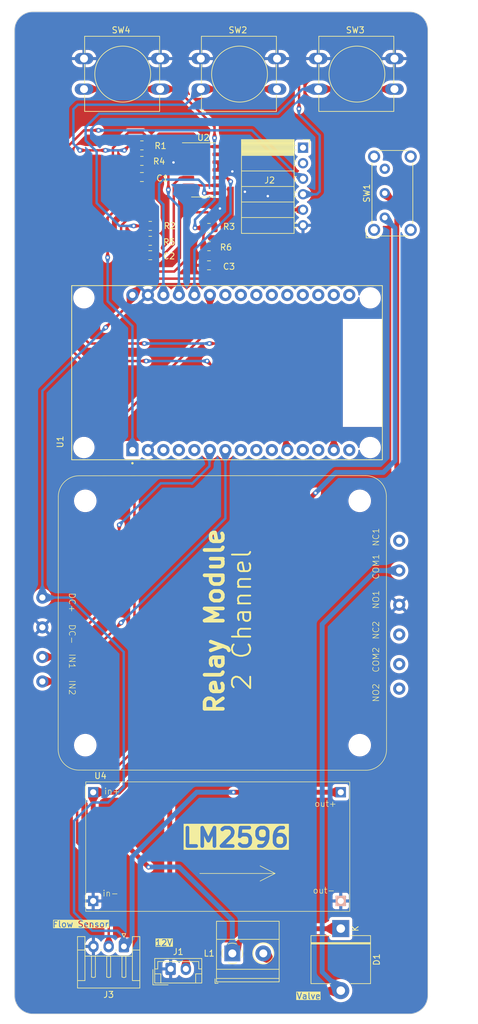
<source format=kicad_pcb>
(kicad_pcb (version 20221018) (generator pcbnew)
  (layers (0 "F.Cu" signal) (31 "B.Cu" signal) (34 "B.Paste" user) (35 "F.Paste" user) (36 "B.SilkS" user "B.Silkscreen") (37 "F.SilkS" user "F.Silkscreen") (38 "B.Mask" user) (39 "F.Mask" user) (44 "Edge.Cuts" user))
  (net 0 "")
  (net 1 "Net-(C1-Pad1)")
  (net 2 "GND")
  (net 3 "Net-(C2-Pad1)")
  (net 4 "Net-(C3-Pad1)")
  (net 5 "Net-(SW2-B)")
  (net 6 "+3V3")
  (net 7 "Net-(SW3-B)")
  (net 8 "Net-(SW4-B)")
  (net 27 "D14")
  (net 28 "D12")
  (net 29 "D13")
  (net 30 "VIN")
  (net 31 "Net-(U2-Pad2)")
  (net 32 "Net-(U2-Pad6)")
  (net 33 "Net-(U2-Pad11)")
  (net 34 "D27")
  (net 35 "D21")
  (net 36 "D22")
  (net 39 "Net-(J1-Pin_2)")
  (net 41 "RX2")
  (net 42 "TX2")
  (net 44 "+12V")
  (net 45 "Valve_a")
  (footprint "Button_Switch_THT:SW_E-Switch_EG1224_SPDT_Angled" (layer "F.Cu") (at 91.0351 66.1113 90)
    (fp_text reference "SW1" (at 4 -2.95 90) (layer "F.SilkS"))
    (fp_text value "SW_SPDT")
    (pad "" thru_hole circle (at -2 -1.75 90) (size 2 2) (drill 1.2) (layers "*.Cu" "*.Mask"))
    (pad "" thru_hole circle (at -2 4.25 90) (size 2 2) (drill 1.2) (layers "*.Cu" "*.Mask"))
    (pad "" thru_hole circle (at 10 -1.75 90) (size 2 2) (drill 1.2) (layers "*.Cu" "*.Mask"))
    (pad "" thru_hole circle (at 10 4.25 90) (size 2 2) (drill 1.2) (layers "*.Cu" "*.Mask"))
    (pad "1" thru_hole circle (at 0 0 90) (size 1.7 1.7) (drill 0.9) (layers "*.Cu" "*.Mask") (net 44 "+12V"))
    (pad "2" thru_hole circle (at 4 0 90) (size 1.7 1.7) (drill 0.9) (layers "*.Cu" "*.Mask") (net 39 "Net-(J1-Pin_2)"))
    (pad "3" thru_hole circle (at 8 0 90) (size 1.7 1.7) (drill 0.9) (layers "*.Cu" "*.Mask"))
  )
  (footprint "Capacitor_SMD:C_0805_2012Metric" (layer "F.Cu") (at 51.2045 59.4614 180)
    (fp_text reference "C1" (at -3.363 -0.2032) (layer "F.SilkS"))
    (fp_text value "100n")
    (pad "1" smd roundrect (at -0.95 0 180) (size 1 1.45) (layers "F.Cu" "F.Paste" "F.Mask") (net 1 "Net-(C1-Pad1)"))
    (pad "2" smd roundrect (at 0.95 0 180) (size 1 1.45) (layers "F.Cu" "F.Paste" "F.Mask") (net 2 "GND"))
  )
  (footprint "ESP32_DEVKIT_V1:MODULE_ESP32_DEVKIT_V1" (layer "F.Cu") (at 65.172 91.4654 90)
    (fp_text reference "U1" (at -11.355 -27.36 90) (layer "F.SilkS"))
    (fp_text value "ESP32-DEVKIT-V1")
    (pad "" np_thru_hole circle (at -12.28 -23.475 90) (size 3 3) (drill 3) (layers "*.Cu" "*.Mask"))
    (pad "" np_thru_hole circle (at -12.28 23.475 90) (size 3 3) (drill 3) (layers "*.Cu" "*.Mask"))
    (pad "" np_thru_hole circle (at 12.23 -23.475 90) (size 3 3) (drill 3) (layers "*.Cu" "*.Mask"))
    (pad "" np_thru_hole circle (at 12.23 23.475 90) (size 3 3) (drill 3) (layers "*.Cu" "*.Mask"))
    (pad "1" thru_hole rect (at -12.7 -15.515 90) (size 2 2) (drill 1.02) (layers "*.Cu" "*.Mask") (net 6 "+3V3"))
    (pad "2" thru_hole circle (at -12.7 -12.975 90) (size 2 2) (drill 1.02) (layers "*.Cu" "*.Mask") (net 2 "GND"))
    (pad "3" thru_hole circle (at -12.7 -10.435 90) (size 2 2) (drill 1.02) (layers "*.Cu" "*.Mask"))
    (pad "4" thru_hole circle (at -12.7 -7.895 90) (size 2 2) (drill 1.02) (layers "*.Cu" "*.Mask"))
    (pad "5" thru_hole circle (at -12.7 -5.355 90) (size 2 2) (drill 1.02) (layers "*.Cu" "*.Mask"))
    (pad "6" thru_hole circle (at -12.7 -2.815 90) (size 2 2) (drill 1.02) (layers "*.Cu" "*.Mask") (net 41 "RX2"))
    (pad "7" thru_hole circle (at -12.7 -0.275 90) (size 2 2) (drill 1.02) (layers "*.Cu" "*.Mask") (net 42 "TX2"))
    (pad "8" thru_hole circle (at -12.7 2.265 90) (size 2 2) (drill 1.02) (layers "*.Cu" "*.Mask"))
    (pad "9" thru_hole circle (at -12.7 4.805 90) (size 2 2) (drill 1.02) (layers "*.Cu" "*.Mask"))
    (pad "10" thru_hole circle (at -12.7 7.345 90) (size 2 2) (drill 1.02) (layers "*.Cu" "*.Mask"))
    (pad "11" thru_hole circle (at -12.7 9.885 90) (size 2 2) (drill 1.02) (layers "*.Cu" "*.Mask") (net 35 "D21"))
    (pad "12" thru_hole circle (at -12.7 12.425 90) (size 2 2) (drill 1.02) (layers "*.Cu" "*.Mask"))
    (pad "13" thru_hole circle (at -12.7 14.965 90) (size 2 2) (drill 1.02) (layers "*.Cu" "*.Mask"))
    (pad "14" thru_hole circle (at -12.7 17.505 90) (size 2 2) (drill 1.02) (layers "*.Cu" "*.Mask") (net 36 "D22"))
    (pad "15" thru_hole circle (at -12.7 20.045 90) (size 2 2) (drill 1.02) (layers "*.Cu" "*.Mask"))
    (pad "16" thru_hole circle (at 12.7 20.045 90) (size 2 2) (drill 1.02) (layers "*.Cu" "*.Mask"))
    (pad "17" thru_hole circle (at 12.7 17.505 90) (size 2 2) (drill 1.02) (layers "*.Cu" "*.Mask"))
    (pad "18" thru_hole circle (at 12.7 14.965 90) (size 2 2) (drill 1.02) (layers "*.Cu" "*.Mask"))
    (pad "19" thru_hole circle (at 12.7 12.425 90) (size 2 2) (drill 1.02) (layers "*.Cu" "*.Mask"))
    (pad "20" thru_hole circle (at 12.7 9.885 90) (size 2 2) (drill 1.02) (layers "*.Cu" "*.Mask"))
    (pad "21" thru_hole circle (at 12.7 7.345 90) (size 2 2) (drill 1.02) (layers "*.Cu" "*.Mask"))
    (pad "22" thru_hole circle (at 12.7 4.805 90) (size 2 2) (drill 1.02) (layers "*.Cu" "*.Mask"))
    (pad "23" thru_hole circle (at 12.7 2.265 90) (size 2 2) (drill 1.02) (layers "*.Cu" "*.Mask"))
    (pad "24" thru_hole circle (at 12.7 -0.275 90) (size 2 2) (drill 1.02) (layers "*.Cu" "*.Mask"))
    (pad "25" thru_hole circle (at 12.7 -2.815 90) (size 2 2) (drill 1.02) (layers "*.Cu" "*.Mask") (net 34 "D27"))
    (pad "26" thru_hole circle (at 12.7 -5.355 90) (size 2 2) (drill 1.02) (layers "*.Cu" "*.Mask") (net 27 "D14"))
    (pad "27" thru_hole circle (at 12.7 -7.895 90) (size 2 2) (drill 1.02) (layers "*.Cu" "*.Mask") (net 28 "D12"))
    (pad "28" thru_hole circle (at 12.7 -10.435 90) (size 2 2) (drill 1.02) (layers "*.Cu" "*.Mask") (net 29 "D13"))
    (pad "29" thru_hole circle (at 12.7 -12.975 90) (size 2 2) (drill 1.02) (layers "*.Cu" "*.Mask") (net 2 "GND"))
    (pad "30" thru_hole circle (at 12.7 -15.515 90) (size 2 2) (drill 1.02) (layers "*.Cu" "*.Mask") (net 30 "VIN"))
    (zone (net 0) (net_name "") (layer "F.Cu") (connect_pads (clearance 0)) (min_thickness 0.01)
      (keepout (tracks not_allowed) (vias not_allowed) (pads not_allowed) (copperpour not_allowed) (footprints allowed))
      (fill (thermal_gap 0.508) (thermal_bridge_width 0.508))
      (polygon (pts (xy 84.157 100.3754) (xy 84.157 82.6854) (xy 90.647 82.6854) (xy 90.647 100.3754)))
    )
    (zone (net 0) (net_name "") (layer "B.Cu") (connect_pads (clearance 0)) (min_thickness 0.01)
      (keepout (tracks not_allowed) (vias not_allowed) (pads not_allowed) (copperpour not_allowed) (footprints allowed))
      (fill (thermal_gap 0.508) (thermal_bridge_width 0.508))
      (polygon (pts (xy 84.157 100.3754) (xy 84.157 82.6854) (xy 90.647 82.6854) (xy 90.647 100.3754)))
    )
  )
  (footprint "Connector_JST:JST_EH_S3B-EH_1x03_P2.50mm_Horizontal" (layer "F.Cu") (at 48.26 185.42 180)
    (fp_text reference "J3" (at 2.5 -7.9) (layer "F.SilkS"))
    (fp_text value "Conn_01x03")
    (pad "1" thru_hole roundrect (at 0 0 180) (size 1.7 1.95) (drill 0.95) (layers "*.Cu" "*.Mask") (roundrect_rratio 0.1470588235) (net 30 "VIN"))
    (pad "2" thru_hole oval (at 2.5 0 180) (size 1.7 1.95) (drill 0.95) (layers "*.Cu" "*.Mask") (net 34 "D27"))
    (pad "3" thru_hole oval (at 5 0 180) (size 1.7 1.95) (drill 0.95) (layers "*.Cu" "*.Mask") (net 2 "GND"))
  )
  (footprint "Package_SO:SOIC-14_3.9x8.7mm_P1.27mm" (layer "F.Cu") (at 61.2902 58.293)
    (fp_text reference "U2" (at 0 -5.28) (layer "F.SilkS"))
    (fp_text value "40106")
    (pad "1" smd roundrect (at -2.475 -3.81) (size 1.95 0.6) (layers "F.Cu" "F.Paste" "F.Mask") (net 1 "Net-(C1-Pad1)"))
    (pad "2" smd roundrect (at -2.475 -2.54) (size 1.95 0.6) (layers "F.Cu" "F.Paste" "F.Mask") (net 31 "Net-(U2-Pad2)"))
    (pad "3" smd roundrect (at -2.475 -1.27) (size 1.95 0.6) (layers "F.Cu" "F.Paste" "F.Mask") (net 31 "Net-(U2-Pad2)"))
    (pad "4" smd roundrect (at -2.475 0) (size 1.95 0.6) (layers "F.Cu" "F.Paste" "F.Mask") (net 28 "D12"))
    (pad "5" smd roundrect (at -2.475 1.27) (size 1.95 0.6) (layers "F.Cu" "F.Paste" "F.Mask") (net 3 "Net-(C2-Pad1)"))
    (pad "6" smd roundrect (at -2.475 2.54) (size 1.95 0.6) (layers "F.Cu" "F.Paste" "F.Mask") (net 32 "Net-(U2-Pad6)"))
    (pad "7" smd roundrect (at -2.475 3.81) (size 1.95 0.6) (layers "F.Cu" "F.Paste" "F.Mask") (net 2 "GND"))
    (pad "8" smd roundrect (at 2.475 3.81) (size 1.95 0.6) (layers "F.Cu" "F.Paste" "F.Mask") (net 29 "D13"))
    (pad "9" smd roundrect (at 2.475 2.54) (size 1.95 0.6) (layers "F.Cu" "F.Paste" "F.Mask") (net 32 "Net-(U2-Pad6)"))
    (pad "10" smd roundrect (at 2.475 1.27) (size 1.95 0.6) (layers "F.Cu" "F.Paste" "F.Mask") (net 27 "D14"))
    (pad "11" smd roundrect (at 2.475 0) (size 1.95 0.6) (layers "F.Cu" "F.Paste" "F.Mask") (net 33 "Net-(U2-Pad11)"))
    (pad "12" smd roundrect (at 2.475 -1.27) (size 1.95 0.6) (layers "F.Cu" "F.Paste" "F.Mask") (net 33 "Net-(U2-Pad11)"))
    (pad "13" smd roundrect (at 2.475 -2.54) (size 1.95 0.6) (layers "F.Cu" "F.Paste" "F.Mask") (net 4 "Net-(C3-Pad1)"))
    (pad "14" smd roundrect (at 2.475 -3.81) (size 1.95 0.6) (layers "F.Cu" "F.Paste" "F.Mask") (net 6 "+3V3"))
  )
  (footprint "Smart_Irrigation_System:Relay_2_Channel" (layer "F.Cu") (at 72.6821 132.4737 90)
    (fp_text reference "U3" hide)
    (fp_text value "~")
    (fp_text user "NC1" (at 12.4968 17.5006 90 unlocked) (layer "F.SilkS") (effects (font (thickness 0.1)) (justify left bottom)))
    (fp_text user "DC+" (at 5.0292 -33.5026 270 unlocked) (layer "F.SilkS") (effects (font (thickness 0.1)) (justify left bottom)))
    (fp_text user "IN2" (at -9.271 -33.5026 270 unlocked) (layer "F.SilkS") (effects (font (thickness 0.1)) (justify left bottom)))
    (fp_text user "Relay Module" (at -15.1526 -7.7978 90 unlocked) (layer "F.SilkS") (effects (font (size 3 3) (thickness 0.6) bold) (justify left bottom)))
    (fp_text user "COM1" (at 7.0866 17.5006 90 unlocked) (layer "F.SilkS") (effects (font (thickness 0.1)) (justify left bottom)))
    (fp_text user "NO1" (at 2.2352 17.5006 90 unlocked) (layer "F.SilkS") (effects (font (thickness 0.1)) (justify left bottom)))
    (fp_text user "IN1" (at -4.953 -33.5026 270 unlocked) (layer "F.SilkS") (effects (font (thickness 0.1)) (justify left bottom)))
    (fp_text user "NC2" (at -2.7432 17.5006 90 unlocked) (layer "F.SilkS") (effects (font (thickness 0.1)) (justify left bottom)))
    (fp_text user "COM2" (at -8.1534 17.5006 90 unlocked) (layer "F.SilkS") (effects (font (thickness 0.1)) (justify left bottom)))
    (fp_text user "2 Channel" (at -11.2776 -3.3274 90 unlocked) (layer "F.SilkS") (effects (font (size 3 3) (thickness 0.3)) (justify left bottom)))
    (fp_text user "NO2" (at -13.0048 17.5006 90 unlocked) (layer "F.SilkS") (effects (font (thickness 0.1)) (justify left bottom)))
    (fp_text user "DC-" (at -0.127 -33.5026 270 unlocked) (layer "F.SilkS") (effects (font (thickness 0.1)) (justify left bottom)))
    (pad "" np_thru_hole circle (at -20 -30.7547 90) (size 3.2 3.2) (drill 3.2) (layers "*.Cu" "*.Mask"))
    (pad "" np_thru_hole circle (at -20 14.2453 90) (size 3.2 3.2) (drill 3.2) (layers "*.Cu" "*.Mask"))
    (pad "" np_thru_hole circle (at 20 -30.7547 90) (size 3.2 3.2) (drill 3.2) (layers "*.Cu" "*.Mask"))
    (pad "" np_thru_hole circle (at 20 14.2453 90) (size 3.2 3.2) (drill 3.2) (layers "*.Cu" "*.Mask"))
    (pad "1" thru_hole circle (at 4.1656 -37.7952 90) (size 2 2) (drill 1.02) (layers "*.Cu" "*.Mask") (net 30 "VIN"))
    (pad "2" thru_hole circle (at -0.7112 -37.7952 90) (size 2 2) (drill 1.02) (layers "*.Cu" "*.Mask") (net 2 "GND"))
    (pad "3" thru_hole circle (at -5.5626 -37.7952 90) (size 2 2) (drill 1.02) (layers "*.Cu" "*.Mask") (net 41 "RX2"))
    (pad "4" thru_hole circle (at -9.5758 -37.7952 90) (size 2 2) (drill 1.02) (layers "*.Cu" "*.Mask") (net 42 "TX2"))
    (pad "5" thru_hole circle (at 13.462 20.7264 90) (size 2 2) (drill 1.02) (layers "*.Cu" "*.Mask"))
    (pad "6" thru_hole circle (at 8.5852 20.7264 90) (size 2 2) (drill 1.02) (layers "*.Cu" "*.Mask") (net 45 "Valve_a"))
    (pad "7" thru_hole circle (at 2.9972 20.7264 90) (size 2 2) (drill 1.02) (layers "*.Cu" "*.Mask") (net 2 "GND"))
    (pad "8" thru_hole circle (at -1.8796 20.7264 90) (size 2 2) (drill 1.02) (layers "*.Cu" "*.Mask"))
    (pad "9" thru_hole circle (at -6.731 20.7264 90) (size 2 2) (drill 1.02) (layers "*.Cu" "*.Mask"))
    (pad "10" thru_hole circle (at -10.7442 20.7264 90) (size 2 2) (drill 1.02) (layers "*.Cu" "*.Mask"))
  )
  (footprint "Capacitor_SMD:C_0805_2012Metric" (layer "F.Cu") (at 62.2065 73.914 180)
    (fp_text reference "C3" (at -3.2868 -0.2032) (layer "F.SilkS"))
    (fp_text value "100n")
    (pad "1" smd roundrect (at -0.95 0 180) (size 1 1.45) (layers "F.Cu" "F.Paste" "F.Mask") (net 4 "Net-(C3-Pad1)"))
    (pad "2" smd roundrect (at 0.95 0 180) (size 1 1.45) (layers "F.Cu" "F.Paste" "F.Mask") (net 2 "GND"))
  )
  (footprint "Resistor_SMD:R_0805_2012Metric" (layer "F.Cu") (at 51.2045 56.8198)
    (fp_text reference "R4" (at 2.8296 0.0762) (layer "F.SilkS"))
    (fp_text value "470k")
    (pad "1" smd roundrect (at -0.9125 0) (size 1.025 1.4) (layers "F.Cu" "F.Paste" "F.Mask") (roundrect_rratio 0.243902439) (net 5 "Net-(SW2-B)"))
    (pad "2" smd roundrect (at 0.9125 0) (size 1.025 1.4) (layers "F.Cu" "F.Paste" "F.Mask") (roundrect_rratio 0.243902439) (net 1 "Net-(C1-Pad1)"))
  )
  (footprint "Resistor_SMD:R_0805_2012Metric" (layer "F.Cu") (at 62.2065 67.7926)
    (fp_text reference "R3" (at 3.3001 -0.2032) (layer "F.SilkS"))
    (fp_text value "330")
    (pad "1" smd roundrect (at -0.9125 0) (size 1.025 1.4) (layers "F.Cu" "F.Paste" "F.Mask") (roundrect_rratio 0.243902439) (net 8 "Net-(SW4-B)"))
    (pad "2" smd roundrect (at 0.9125 0) (size 1.025 1.4) (layers "F.Cu" "F.Paste" "F.Mask") (roundrect_rratio 0.243902439) (net 6 "+3V3"))
  )
  (footprint "Button_Switch_THT:SW_PUSH-12mm" (layer "F.Cu") (at 80.12 40.0704)
    (fp_text reference "SW3" (at 6.08 -4.66) (layer "F.SilkS"))
    (fp_text value "SW_Push_Open")
    (pad "1" thru_hole oval (at 0 0) (size 3.048 1.85) (drill 1.3) (layers "*.Cu" "*.Mask") (net 2 "GND"))
    (pad "1" thru_hole oval (at 12.5 0) (size 3.048 1.85) (drill 1.3) (layers "*.Cu" "*.Mask") (net 2 "GND"))
    (pad "2" thru_hole oval (at 0 5) (size 3.048 1.85) (drill 1.3) (layers "*.Cu" "*.Mask") (net 7 "Net-(SW3-B)"))
    (pad "2" thru_hole oval (at 12.5 5) (size 3.048 1.85) (drill 1.3) (layers "*.Cu" "*.Mask") (net 7 "Net-(SW3-B)"))
  )
  (footprint "TerminalBlock_Phoenix:TerminalBlock_Phoenix_MKDS-1,5-2-5.08_1x02_P5.08mm_Horizontal" (layer "F.Cu") (at 66.04 186.56)
    (fp_text reference "L1" (at -3.81 0) (layer "F.SilkS"))
    (fp_text value "L")
    (pad "1" thru_hole rect (at 0 0) (size 2.6 2.6) (drill 1.3) (layers "*.Cu" "*.Mask") (net 44 "+12V"))
    (pad "2" thru_hole circle (at 5.08 0) (size 2.6 2.6) (drill 1.3) (layers "*.Cu" "*.Mask") (net 45 "Valve_a"))
  )
  (footprint "Connector_JST:JST_EH_B2B-EH-A_1x02_P2.50mm_Vertical" (layer "F.Cu") (at 55.92 189.1)
    (fp_text reference "J1" (at 1.25 -2.8) (layer "F.SilkS"))
    (fp_text value "Conn_01x02_Socket")
    (pad "1" thru_hole roundrect (at 0 0) (size 1.7 2) (drill 1) (layers "*.Cu" "*.Mask") (roundrect_rratio 0.1470588235) (net 2 "GND"))
    (pad "2" thru_hole oval (at 2.5 0) (size 1.7 2) (drill 1) (layers "*.Cu" "*.Mask") (net 39 "Net-(J1-Pin_2)"))
  )
  (footprint "Diode_THT:D_5KP_P10.16mm_Horizontal" (layer "F.Cu") (at 83.82 182.496 -90)
    (fp_text reference "D1" (at 5.08 -5.885 90) (layer "F.SilkS"))
    (fp_text value "1N4148")
    (fp_text user "K" (at 0 -2.4 90) (layer "F.SilkS"))
    (pad "1" thru_hole rect (at 0 0 270) (size 2.8 2.8) (drill 1.4) (layers "*.Cu" "*.Mask") (net 44 "+12V"))
    (pad "2" thru_hole oval (at 10.16 0 270) (size 2.8 2.8) (drill 1.4) (layers "*.Cu" "*.Mask") (net 45 "Valve_a"))
  )
  (footprint "Resistor_SMD:R_0805_2012Metric" (layer "F.Cu") (at 51.2045 54.2798)
    (fp_text reference "R1" (at 3.0582 0.0762) (layer "F.SilkS"))
    (fp_text value "330")
    (pad "1" smd roundrect (at -0.9125 0) (size 1.025 1.4) (layers "F.Cu" "F.Paste" "F.Mask") (roundrect_rratio 0.243902439) (net 5 "Net-(SW2-B)"))
    (pad "2" smd roundrect (at 0.9125 0) (size 1.025 1.4) (layers "F.Cu" "F.Paste" "F.Mask") (roundrect_rratio 0.243902439) (net 6 "+3V3"))
  )
  (footprint "Button_Switch_THT:SW_PUSH-12mm" (layer "F.Cu") (at 60.87 40.0704)
    (fp_text reference "SW2" (at 6.08 -4.66) (layer "F.SilkS"))
    (fp_text value "SW_Push_Open")
    (pad "1" thru_hole oval (at 0 0) (size 3.048 1.85) (drill 1.3) (layers "*.Cu" "*.Mask") (net 2 "GND"))
    (pad "1" thru_hole oval (at 12.5 0) (size 3.048 1.85) (drill 1.3) (layers "*.Cu" "*.Mask") (net 2 "GND"))
    (pad "2" thru_hole oval (at 0 5) (size 3.048 1.85) (drill 1.3) (layers "*.Cu" "*.Mask") (net 5 "Net-(SW2-B)"))
    (pad "2" thru_hole oval (at 12.5 5) (size 3.048 1.85) (drill 1.3) (layers "*.Cu" "*.Mask") (net 5 "Net-(SW2-B)"))
  )
  (footprint "Resistor_SMD:R_0805_2012Metric" (layer "F.Cu") (at 62.2065 70.7898)
    (fp_text reference "R6" (at 2.7921 0.1778) (layer "F.SilkS"))
    (fp_text value "470k")
    (pad "1" smd roundrect (at -0.9125 0) (size 1.025 1.4) (layers "F.Cu" "F.Paste" "F.Mask") (roundrect_rratio 0.243902439) (net 8 "Net-(SW4-B)"))
    (pad "2" smd roundrect (at 0.9125 0) (size 1.025 1.4) (layers "F.Cu" "F.Paste" "F.Mask") (roundrect_rratio 0.243902439) (net 4 "Net-(C3-Pad1)"))
  )
  (footprint "Connector_PinSocket_2.54mm:PinSocket_1x06_P2.54mm_Horizontal" (layer "F.Cu") (at 77.6282 54.6604)
    (fp_text reference "J2" (at -5.4668 5.3344) (layer "F.SilkS"))
    (fp_text value "Conn_01x06")
    (pad "1" thru_hole rect (at 0 0) (size 1.7 1.7) (drill 1) (layers "*.Cu" "*.Mask"))
    (pad "2" thru_hole oval (at 0 2.54) (size 1.7 1.7) (drill 1) (layers "*.Cu" "*.Mask"))
    (pad "3" thru_hole oval (at 0 5.08) (size 1.7 1.7) (drill 1) (layers "*.Cu" "*.Mask") (net 36 "D22"))
    (pad "4" thru_hole oval (at 0 7.62) (size 1.7 1.7) (drill 1) (layers "*.Cu" "*.Mask") (net 35 "D21"))
    (pad "5" thru_hole oval (at 0 10.16) (size 1.7 1.7) (drill 1) (layers "*.Cu" "*.Mask") (net 30 "VIN"))
    (pad "6" thru_hole oval (at 0 12.7) (size 1.7 1.7) (drill 1) (layers "*.Cu" "*.Mask") (net 2 "GND"))
  )
  (footprint "Capacitor_SMD:C_0805_2012Metric" (layer "F.Cu") (at 52.5799 72.263 180)
    (fp_text reference "C2" (at -3.0836 -0.1524) (layer "F.SilkS"))
    (fp_text value "100n")
    (pad "1" smd roundrect (at -0.95 0 180) (size 1 1.45) (layers "F.Cu" "F.Paste" "F.Mask") (net 3 "Net-(C2-Pad1)"))
    (pad "2" smd roundrect (at 0.95 0 180) (size 1 1.45) (layers "F.Cu" "F.Paste" "F.Mask") (net 2 "GND"))
  )
  (footprint "Resistor_SMD:R_0805_2012Metric" (layer "F.Cu") (at 52.5799 69.9008)
    (fp_text reference "R5" (at 3.1007 0.2032) (layer "F.SilkS"))
    (fp_text value "470k")
    (pad "1" smd roundrect (at -0.9125 0) (size 1.025 1.4) (layers "F.Cu" "F.Paste" "F.Mask") (roundrect_rratio 0.243902439) (net 7 "Net-(SW3-B)"))
    (pad "2" smd roundrect (at 0.9125 0) (size 1.025 1.4) (layers "F.Cu" "F.Paste" "F.Mask") (roundrect_rratio 0.243902439) (net 3 "Net-(C2-Pad1)"))
  )
  (footprint "Button_Switch_THT:SW_PUSH-12mm" (layer "F.Cu") (at 41.7152 40.0704)
    (fp_text reference "SW4" (at 6.08 -4.66) (layer "F.SilkS"))
    (fp_text value "SW_Push_Open")
    (pad "1" thru_hole oval (at 0 0) (size 3.048 1.85) (drill 1.3) (layers "*.Cu" "*.Mask") (net 2 "GND"))
    (pad "1" thru_hole oval (at 12.5 0) (size 3.048 1.85) (drill 1.3) (layers "*.Cu" "*.Mask") (net 2 "GND"))
    (pad "2" thru_hole oval (at 0 5) (size 3.048 1.85) (drill 1.3) (layers "*.Cu" "*.Mask") (net 8 "Net-(SW4-B)"))
    (pad "2" thru_hole oval (at 12.5 5) (size 3.048 1.85) (drill 1.3) (layers "*.Cu" "*.Mask") (net 8 "Net-(SW4-B)"))
  )
  (footprint "Resistor_SMD:R_0805_2012Metric" (layer "F.Cu") (at 52.5799 67.4624)
    (fp_text reference "R2" (at 3.1985 0) (layer "F.SilkS"))
    (fp_text value "330")
    (pad "1" smd roundrect (at -0.9125 0) (size 1.025 1.4) (layers "F.Cu" "F.Paste" "F.Mask") (roundrect_rratio 0.243902439) (net 7 "Net-(SW3-B)"))
    (pad "2" smd roundrect (at 0.9125 0) (size 1.025 1.4) (layers "F.Cu" "F.Paste" "F.Mask") (roundrect_rratio 0.243902439) (net 6 "+3V3"))
  )
  (footprint "Smart_Irrigation_System:LM2596" (layer "F.Cu") (at 43.22 160.1778)
    (fp_text reference "U4" (at 1.1938 -2.6924) (layer "F.SilkS"))
    (fp_text value "~")
    (fp_text user "in+" (at 1.7272 0.4318 unlocked) (layer "F.SilkS") (effects (font (thickness 0.1)) (justify left bottom)))
    (fp_text user "out-" (at 35.9664 16.6624 unlocked) (layer "F.SilkS") (effects (font (thickness 0.1)) (justify left bottom)))
    (fp_text user "in-" (at 1.4732 17.145 unlocked) (layer "F.SilkS") (effects (font (thickness 0.1)) (justify left bottom)))
    (fp_text user "LM2596" (at 14.351 9.1948 unlocked) (layer "F.SilkS" knockout) (effects (font (size 3 3) (thickness 0.6) bold) (justify left bottom)))
    (fp_text user "out+" (at 36.2204 2.4638 unlocked) (layer "F.SilkS") (effects (font (thickness 0.1)) (justify left bottom)))
    (pad "1" thru_hole rect (at 0 0) (size 1.7 1.7) (drill 1) (layers "*.Cu" "*.Mask") (net 44 "+12V"))
    (pad "2" thru_hole rect (at 0 17.8) (size 1.7 1.7) (drill 1) (layers "*.Cu" "*.Mask") (net 2 "GND"))
    (pad "3" thru_hole rect (at 40.6 17.8) (size 1.7 1.7) (drill 1) (layers "*.Cu" "*.Mask" "B.SilkS") (net 2 "GND"))
    (pad "4" thru_hole rect (at 40.6 0) (size 1.7 1.7) (drill 1) (layers "*.Cu" "*.Mask") (net 30 "VIN"))
  )
  (gr_arc (start 98.0948 193.443181) (mid 97.235041 195.570227) (end 95.123004 196.466218) (stroke (width 0.1)) (layer "Edge.Cuts"))
  (gr_line (start 98.0948 35.3822) (end 98.0948 193.443181) (stroke (width 0.1)) (layer "Edge.Cuts"))
  (gr_arc (start 30.327604 35.433437) (mid 31.187346 33.306375) (end 33.2994 32.4104) (stroke (width 0.1)) (layer "Edge.Cuts"))
  (gr_arc (start 95.071763 32.410404) (mid 97.198825 33.270146) (end 98.0948 35.3822) (stroke (width 0.1)) (layer "Edge.Cuts"))
  (gr_line (start 95.123004 196.466218) (end 33.3502 196.465781) (stroke (width 0.1)) (layer "Edge.Cuts"))
  (gr_arc (start 33.3502 196.465781) (mid 31.223139 195.60604) (end 30.327163 193.493985) (stroke (width 0.1)) (layer "Edge.Cuts"))
  (gr_line (start 33.2994 32.4104) (end 95.071763 32.410404) (stroke (width 0.1)) (layer "Edge.Cuts"))
  (gr_line (start 30.327163 193.493985) (end 30.327604 35.433437) (stroke (width 0.1)) (layer "Edge.Cuts"))
  (gr_text "Valve" (at 76.5048 194.1322) (layer "F.SilkS" knockout) (effects (font (size 1 1)) (justify left bottom)))
  (gr_text "Flow Sensor" (at 36.4998 182.372) (layer "F.SilkS" knockout) (effects (font (size 1 1)) (justify left bottom)))
  (gr_text "12V" (at 53.34 185.42) (layer "F.SilkS" knockout) (effects (font (size 1 1)) (justify left bottom)))
  (segment (start 52.117 56.8198) (end 52.117 59.4239) (width 0.4) (layer "F.Cu") (net 1))
  (segment (start 53.8226 56.8198) (end 56.1086 54.5338) (width 0.4) (layer "F.Cu") (net 1))
  (segment (start 58.7644 54.5338) (end 58.8152 54.483) (width 0.4) (layer "F.Cu") (net 1))
  (segment (start 52.117 56.8198) (end 53.8226 56.8198) (width 0.4) (layer "F.Cu") (net 1))
  (segment (start 56.1086 54.5338) (end 58.7644 54.5338) (width 0.4) (layer "F.Cu") (net 1))
  (segment (start 52.117 59.4239) (end 52.1545 59.4614) (width 0.4) (layer "F.Cu") (net 1))
  (via (at 64.008 64.6176) (size 0.8) (drill 0.4) (layers "F.Cu" "B.Cu") (net 2))
  (via (at 71.8566 62.5856) (size 0.8) (drill 0.4) (layers "F.Cu" "B.Cu") (net 2))
  (via (at 68.0974 61.8744) (size 0.8) (drill 0.4) (layers "F.Cu" "B.Cu") (net 2))
  (via (at 66.04 58.547) (size 0.8) (drill 0.4) (layers "F.Cu" "B.Cu") (net 2))
  (via (at 56.388 57.0738) (size 0.8) (drill 0.4) (layers "F.Cu" "B.Cu") (net 2))
  (segment (start 43.0784 185.8347) (end 43.1 185.8563) (width 0.4) (layer "B.Cu") (net 2))
  (segment (start 54.6354 72.263) (end 56.4388 70.4596) (width 0.4) (layer "F.Cu") (net 3))
  (segment (start 53.4924 69.9008) (end 53.4924 72.2255) (width 0.4) (layer "F.Cu") (net 3))
  (segment (start 53.4924 72.2255) (end 53.5299 72.263) (width 0.4) (layer "F.Cu") (net 3))
  (segment (start 53.5299 72.263) (end 54.6354 72.263) (width 0.4) (layer "F.Cu") (net 3))
  (segment (start 56.4388 70.4596) (end 56.4388 60.6044) (width 0.4) (layer "F.Cu") (net 3))
  (segment (start 57.5056 59.563) (end 58.8152 59.563) (width 0.4) (layer "F.Cu") (net 3))
  (segment (start 56.4515 60.6171) (end 57.5056 59.563) (width 0.4) (layer "F.Cu") (net 3))
  (segment (start 56.4388 60.6044) (end 56.4515 60.6171) (width 0.4) (layer "F.Cu") (net 3))
  (segment (start 63.119 70.7898) (end 63.119 73.8765) (width 0.4) (layer "F.Cu") (net 4))
  (segment (start 64.0334 70.7898) (end 66.9798 67.8434) (width 0.4) (layer "F.Cu") (net 4))
  (segment (start 64.9478 55.753) (end 63.7652 55.753) (width 0.4) (layer "F.Cu") (net 4))
  (segment (start 63.119 70.7898) (end 64.0334 70.7898) (width 0.4) (layer "F.Cu") (net 4))
  (segment (start 66.9798 57.785) (end 64.9478 55.753) (width 0.4) (layer "F.Cu") (net 4))
  (segment (start 63.119 73.8765) (end 63.1565 73.914) (width 0.4) (layer "F.Cu") (net 4))
  (segment (start 66.9798 67.8434) (end 66.9798 57.785) (width 0.4) (layer "F.Cu") (net 4))
  (segment (start 49.149 54.2798) (end 48.3362 55.0926) (width 0.4) (layer "F.Cu") (net 5))
  (segment (start 50.292 54.2798) (end 49.149 54.2798) (width 0.4) (layer "F.Cu") (net 5))
  (segment (start 45.2374 55.0926) (end 41.0464 55.0926) (width 0.4) (layer "F.Cu") (net 5))
  (segment (start 50.292 54.2798) (end 50.292 56.8198) (width 0.4) (layer "F.Cu") (net 5))
  (segment (start 60.87 45.0704) (end 73.37 45.0704) (width 0.4) (layer "F.Cu") (net 5))
  (via (at 45.2374 55.0926) (size 0.8) (drill 0.4) (layers "F.Cu" "B.Cu") (net 5))
  (via (at 48.3362 55.0926) (size 0.8) (drill 0.4) (layers "F.Cu" "B.Cu") (net 5))
  (via (at 41.0464 55.0926) (size 0.8) (drill 0.4) (layers "F.Cu" "B.Cu") (net 5))
  (segment (start 39.9796 48.3362) (end 40.6908 47.625) (width 0.4) (layer "B.Cu") (net 5))
  (segment (start 58.3154 47.625) (end 60.87 45.0704) (width 0.4) (layer "B.Cu") (net 5))
  (segment (start 41.0464 55.0926) (end 39.9796 54.0258) (width 0.4) (layer "B.Cu") (net 5))
  (segment (start 39.9796 54.0258) (end 39.9796 48.3362) (width 0.4) (layer "B.Cu") (net 5))
  (segment (start 48.3362 55.0926) (end 45.2374 55.0926) (width 0.4) (layer "B.Cu") (net 5))
  (segment (start 40.6908 47.625) (end 58.3154 47.625) (width 0.4) (layer "B.Cu") (net 5))
  (segment (start 52.8828 63.627) (end 53.5686 64.3128) (width 0.4) (layer "F.Cu") (net 6))
  (segment (start 53.5686 64.3128) (end 53.5686 67.3862) (width 0.4) (layer "F.Cu") (net 6))
  (segment (start 61.976 65.2272) (end 59.69 65.2272) (width 0.4) (layer "F.Cu") (net 6))
  (segment (start 52.117 54.2798) (end 52.117 52.9552) (width 0.4) (layer "F.Cu") (net 6))
  (segment (start 63.119 67.7926) (end 63.119 66.3702) (width 0.4) (layer "F.Cu") (net 6))
  (segment (start 56.515 74.93) (end 49.8602 74.93) (width 0.4) (layer "F.Cu") (net 6))
  (segment (start 53.5686 65.5828) (end 53.5686 67.3862) (width 0.4) (layer "F.Cu") (net 6))
  (segment (start 49.8602 74.93) (end 47.8028 72.8726) (width 0.4) (layer "F.Cu") (net 6))
  (segment (start 54.0474 52.3494) (end 52.117 54.2798) (width 0.4) (layer "F.Cu") (net 6))
  (segment (start 47.8028 67.437) (end 50.165 65.0748) (width 0.4) (layer "F.Cu") (net 6))
  (segment (start 45.593 66.2178) (end 45.5422 66.167) (width 0.4) (layer "F.Cu") (net 6))
  (segment (start 46.6344 65.0748) (end 51.4096 65.0748) (width 0.4) (layer "F.Cu") (net 6))
  (segment (start 46.4566 59.9186) (end 50.165 63.627) (width 0.4) (layer "F.Cu") (net 6))
  (segment (start 58.3438 66.5734) (end 58.3438 73.1012) (width 0.4) (layer "F.Cu") (net 6))
  (segment (start 45.593 72.644) (end 45.593 66.2178) (width 0.4) (layer "F.Cu") (net 6))
  (segment (start 63.7652 54.483) (end 61.7982 54.483) (width 0.4) (layer "F.Cu") (net 6))
  (segment (start 47.8028 72.8726) (end 47.8028 67.437) (width 0.4) (layer "F.Cu") (net 6))
  (segment (start 46.4566 54.7116) (end 46.4566 59.9186) (width 0.4) (layer "F.Cu") (net 6))
  (segment (start 53.5686 67.3862) (end 53.4924 67.4624) (width 0.4) (layer "F.Cu") (net 6))
  (segment (start 63.119 66.3702) (end 61.976 65.2272) (width 0.4) (layer "F.Cu") (net 6))
  (segment (start 50.165 63.627) (end 52.8828 63.627) (width 0.4) (layer "F.Cu") (net 6))
  (segment (start 59.69 65.2272) (end 58.3438 66.5734) (width 0.4) (layer "F.Cu") (net 6))
  (segment (start 61.7982 54.483) (end 59.6646 52.3494) (width 0.4) (layer "F.Cu") (net 6))
  (segment (start 52.117 52.9552) (end 51.3588 52.197) (width 0.4) (layer "F.Cu") (net 6))
  (segment (start 53.0606 65.0748) (end 53.5686 65.5828) (width 0.4) (layer "F.Cu") (net 6))
  (segment (start 59.6646 52.3494) (end 54.0474 52.3494) (width 0.4) (layer "F.Cu") (net 6))
  (segment (start 58.3438 73.1012) (end 56.515 74.93) (width 0.4) (layer "F.Cu") (net 6))
  (segment (start 48.9712 52.197) (end 46.4566 54.7116) (width 0.4) (layer "F.Cu") (net 6))
  (segment (start 45.5422 66.167) (end 46.6344 65.0748) (width 0.4) (layer "F.Cu") (net 6))
  (segment (start 50.165 65.0748) (end 51.4096 65.0748) (width 0.4) (layer "F.Cu") (net 6))
  (segment (start 51.3588 52.197) (end 48.9712 52.197) (width 0.4) (layer "F.Cu") (net 6))
  (segment (start 51.4096 65.0748) (end 53.0606 65.0748) (width 0.4) (layer "F.Cu") (net 6))
  (via (at 45.593 72.644) (size 0.8) (drill 0.4) (layers "F.Cu" "B.Cu") (net 6))
  (segment (start 49.657 83.8708) (end 45.593 79.8068) (width 0.4) (layer "B.Cu") (net 6))
  (segment (start 49.657 104.1654) (end 49.657 83.8708) (width 0.4) (layer "B.Cu") (net 6))
  (segment (start 45.593 79.8068) (end 45.593 72.644) (width 0.4) (layer "B.Cu") (net 6))
  (segment (start 51.6674 67.4624) (end 51.6674 69.9008) (width 0.4) (layer "F.Cu") (net 7))
  (segment (start 80.12 45.0704) (end 92.62 45.0704) (width 0.4) (layer "F.Cu") (net 7))
  (segment (start 51.6674 67.4624) (end 49.8602 67.4624) (width 0.4) (layer "F.Cu") (net 7))
  (via (at 49.8602 67.4624) (size 0.8) (drill 0.4) (layers "F.Cu" "B.Cu") (net 7))
  (segment (start 47.5234 67.4624) (end 43.7896 63.7286) (width 0.4) (layer "B.Cu") (net 7))
  (segment (start 41.9862 53.4924) (end 41.9862 51.2826) (width 0.4) (layer "B.Cu") (net 7))
  (segment (start 43.7896 55.2958) (end 41.9862 53.4924) (width 0.4) (layer "B.Cu") (net 7))
  (segment (start 49.8602 67.4624) (end 47.5234 67.4624) (width 0.4) (layer "B.Cu") (net 7))
  (segment (start 73.5076 49.0982) (end 77.5462 45.0596) (width 0.4) (layer "B.Cu") (net 7))
  (segment (start 41.9862 51.2826) (end 44.1706 49.0982) (width 0.4) (layer "B.Cu") (net 7))
  (segment (start 44.1706 49.0982) (end 73.5076 49.0982) (width 0.4) (layer "B.Cu") (net 7))
  (segment (start 77.557 45.0704) (end 80.12 45.0704) (width 0.4) (layer "B.Cu") (net 7))
  (segment (start 77.5462 45.0596) (end 77.557 45.0704) (width 0.4) (layer "B.Cu") (net 7))
  (segment (start 43.7896 63.7286) (end 43.7896 55.2958) (width 0.4) (layer "B.Cu") (net 7))
  (segment (start 41.7152 45.0704) (end 54.2152 45.0704) (width 0.4) (layer "F.Cu") (net 8))
  (segment (start 63.119 51.2318) (end 56.9576 45.0704) (width 0.4) (layer "F.Cu") (net 8))
  (segment (start 56.9576 45.0704) (end 54.2152 45.0704) (width 0.4) (layer "F.Cu") (net 8))
  (segment (start 61.294 67.7926) (end 61.294 70.7898) (width 0.4) (layer "F.Cu") (net 8))
  (segment (start 61.294 67.7926) (end 59.9186 67.7926) (width 0.4) (layer "F.Cu") (net 8))
  (segment (start 63.119 53.0606) (end 63.119 51.2318) (width 0.4) (layer "F.Cu") (net 8))
  (via (at 59.9186 67.7926) (size 0.8) (drill 0.4) (layers "F.Cu" "B.Cu") (net 8))
  (via (at 63.119 53.0606) (size 0.8) (drill 0.4) (layers "F.Cu" "B.Cu") (net 8))
  (segment (start 59.9186 66.4464) (end 63.119 63.246) (width 0.4) (layer "B.Cu") (net 8))
  (segment (start 59.9186 67.7926) (end 59.9186 66.4464) (width 0.4) (layer "B.Cu") (net 8))
  (segment (start 63.119 63.246) (end 63.119 53.0606) (width 0.4) (layer "B.Cu") (net 8))
  (segment (start 65.7606 60.198) (end 65.151 59.5884) (width 0.4) (layer "F.Cu") (net 27))
  (segment (start 63.7906 59.5884) (end 63.7652 59.563) (width 0.4) (layer "F.Cu") (net 27))
  (segment (start 65.151 59.5884) (end 63.7906 59.5884) (width 0.4) (layer "F.Cu") (net 27))
  (via (at 65.7606 60.198) (size 0.8) (drill 0.4) (layers "F.Cu" "B.Cu") (net 27))
  (segment (start 59.817 71.374) (end 59.817 78.7654) (width 0.4) (layer "B.Cu") (net 27))
  (segment (start 65.7352 65.4558) (end 59.817 71.374) (width 0.4) (layer "B.Cu") (net 27))
  (segment (start 65.7352 60.2234) (end 65.7352 65.4558) (width 0.4) (layer "B.Cu") (net 27))
  (segment (start 65.7606 60.198) (end 65.7352 60.2234) (width 0.4) (layer "B.Cu") (net 27))
  (segment (start 55.5498 61.5442) (end 55.5498 58.801) (width 0.4) (layer "F.Cu") (net 28))
  (segment (start 55.5498 58.801) (end 56.0578 58.293) (width 0.4) (layer "F.Cu") (net 28))
  (segment (start 56.0578 58.293) (end 58.8152 58.293) (width 0.4) (layer "F.Cu") (net 28))
  (via (at 55.5498 61.5442) (size 0.8) (drill 0.4) (layers "F.Cu" "B.Cu") (net 28))
  (segment (start 57.277 64.2874) (end 57.277 78.7654) (width 0.4) (layer "B.Cu") (net 28))
  (segment (start 55.5498 62.5602) (end 57.277 64.2874) (width 0.4) (layer "B.Cu") (net 28))
  (segment (start 55.5498 61.5442) (end 55.5498 62.5602) (width 0.4) (layer "B.Cu") (net 28))
  (segment (start 61.4426 62.103) (end 63.7652 62.103) (width 0.4) (layer "F.Cu") (net 29))
  (via (at 61.4426 62.103) (size 0.8) (drill 0.4) (layers "F.Cu" "B.Cu") (net 29))
  (segment (start 61.4426 62.103) (end 61.4426 60.833) (width 0.4) (layer "B.Cu") (net 29))
  (segment (start 60.5028 59.8932) (end 54.7116 59.8932) (width 0.4) (layer "B.Cu") (net 29))
  (segment (start 54.0258 63.246) (end 54.737 63.9572) (width 0.4) (layer "B.Cu") (net 29))
  (segment (start 54.7116 59.8932) (end 54.0258 60.579) (width 0.4) (layer "B.Cu") (net 29))
  (segment (start 54.0258 60.579) (end 54.0258 63.246) (width 0.4) (layer "B.Cu") (net 29))
  (segment (start 54.737 63.9572) (end 54.737 78.7654) (width 0.4) (layer "B.Cu") (net 29))
  (segment (start 61.4426 60.833) (end 60.5028 59.8932) (width 0.4) (layer "B.Cu") (net 29))
  (segment (start 49.657 78.7654) (end 52.324 76.0984) (width 0.4) (layer "F.Cu") (net 30))
  (segment (start 77.6282 64.8204) (end 75.8702 64.8204) (width 0.4) (layer "F.Cu") (net 30))
  (segment (start 49.657 79.7052) (end 49.657 78.7654) (width 0.4) (layer "F.Cu") (net 30))
  (segment (start 64.5922 76.0984) (end 69.3674 71.3232) (width 0.4) (layer "F.Cu") (net 30))
  (segment (start 45.2628 84.0994) (end 49.657 79.7052) (width 0.4) (layer "F.Cu") (net 30))
  (segment (start 75.8702 64.8204) (end 69.3674 71.3232) (width 0.4) (layer "F.Cu") (net 30))
  (segment (start 52.324 76.0984) (end 64.5922 76.0984) (width 0.4) (layer "F.Cu") (net 30))
  (segment (start 83.82 160.1778) (end 83.8146 160.1724) (width 0.8) (layer "F.Cu") (net 30))
  (segment (start 83.8146 160.1724) (end 66.2178 160.1724) (width 0.8) (layer "F.Cu") (net 30))
  (via (at 66.2178 160.1724) (size 0.8) (drill 0.4) (layers "F.Cu" "B.Cu") (net 30))
  (via (at 45.2628 84.0994) (size 0.8) (drill 0.4) (layers "F.Cu" "B.Cu") (net 30))
  (segment (start 39.3319 128.3081) (end 48.2346 137.2108) (width 0.4) (layer "B.Cu") (net 30))
  (segment (start 48.26 183.9468) (end 48.26 185.42) (width 0.4) (layer "B.Cu") (net 30))
  (segment (start 43.1 161.8563) (end 40.0812 164.8751) (width 0.4) (layer "B.Cu") (net 30))
  (segment (start 66.2178 160.1724) (end 60.198 160.1724) (width 0.8) (layer "B.Cu") (net 30))
  (segment (start 48.2346 137.2108) (end 48.2346 159.2834) (width 0.4) (layer "B.Cu") (net 30))
  (segment (start 34.8869 128.3081) (end 39.3319 128.3081) (width 0.4) (layer "B.Cu") (net 30))
  (segment (start 40.0812 164.8751) (end 40.0812 179.8574) (width 0.4) (layer "B.Cu") (net 30))
  (segment (start 43.0784 182.8546) (end 47.1678 182.8546) (width 0.4) (layer "B.Cu") (net 30))
  (segment (start 49.6062 170.7642) (end 49.6062 184.0738) (width 0.8) (layer "B.Cu") (net 30))
  (segment (start 48.2346 159.2834) (end 45.6617 161.8563) (width 0.4) (layer "B.Cu") (net 30))
  (segment (start 49.6062 184.0738) (end 48.26 185.42) (width 0.8) (layer "B.Cu") (net 30))
  (segment (start 60.198 160.1724) (end 49.6062 170.7642) (width 0.8) (layer "B.Cu") (net 30))
  (segment (start 40.0812 179.8574) (end 43.0784 182.8546) (width 0.4) (layer "B.Cu") (net 30))
  (segment (start 34.8869 128.3081) (end 34.8869 94.4753) (width 0.4) (layer "B.Cu") (net 30))
  (segment (start 45.6617 161.8563) (end 43.1 161.8563) (width 0.4) (layer "B.Cu") (net 30))
  (segment (start 47.1678 182.8546) (end 48.26 183.9468) (width 0.4) (layer "B.Cu") (net 30))
  (segment (start 34.8869 94.4753) (end 45.2628 84.0994) (width 0.4) (layer "B.Cu") (net 30))
  (segment (start 58.8152 55.753) (end 58.8152 57.023) (width 0.4) (layer "F.Cu") (net 31))
  (segment (start 58.8152 60.833) (end 63.7652 60.833) (width 0.4) (layer "F.Cu") (net 32))
  (segment (start 63.7652 57.023) (end 63.7652 58.293) (width 0.4) (layer "F.Cu") (net 33))
  (segment (start 62.3824 84.328) (end 46.8122 99.8982) (width 0.4) (layer "F.Cu") (net 34))
  (segment (start 40.5892 168.4274) (end 45.7708 173.609) (width 0.4) (layer "F.Cu") (net 34))
  (segment (start 62.3824 78.7908) (end 62.3824 84.328) (width 0.4) (layer "F.Cu") (net 34))
  (segment (start 45.7708 173.609) (end 45.7708 185.4092) (width 0.4) (layer "F.Cu") (net 34))
  (segment (start 46.7868 99.8982) (end 46.7868 107.1372) (width 0.4) (layer "F.Cu") (net 34))
  (segment (start 62.357 78.7654) (end 62.3824 78.7908) (width 0.4) (layer "F.Cu") (net 34))
  (segment (start 45.72 157.48) (end 42.2402 157.48) (width 0.4) (layer "F.Cu") (net 34))
  (segment (start 45.7708 185.4092) (end 45.76 185.42) (width 0.4) (layer "F.Cu") (net 34))
  (segment (start 46.7868 107.1372) (end 49.9872 110.3376) (width 0.4) (layer "F.Cu") (net 34))
  (segment (start 40.5892 159.131) (end 40.5892 168.4274) (width 0.4) (layer "F.Cu") (net 34))
  (segment (start 42.2402 157.48) (end 40.5892 159.131) (width 0.4) (layer "F.Cu") (net 34))
  (segment (start 49.9872 153.2128) (end 45.72 157.48) (width 0.4) (layer "F.Cu") (net 34))
  (segment (start 49.9872 110.3376) (end 49.9872 153.2128) (width 0.4) (layer "F.Cu") (net 34))
  (segment (start 46.8122 99.8982) (end 46.7868 99.8982) (width 0.4) (layer "F.Cu") (net 34))
  (segment (start 35.052 44.7548) (end 35.052 82.6516) (width 0.4) (layer "F.Cu") (net 35))
  (segment (start 74.9554 42.5196) (end 37.2872 42.5196) (width 0.4) (layer "F.Cu") (net 35))
  (segment (start 76.9874 48.26) (end 76.9874 44.5516) (width 0.4) (layer "F.Cu") (net 35))
  (segment (start 41.4782 89.5858) (end 51.9176 89.5858) (width 0.4) (layer "F.Cu") (net 35))
  (segment (start 76.962 48.2854) (end 76.9874 48.26) (width 0.4) (layer "F.Cu") (net 35))
  (segment (start 76.9874 44.5516) (end 74.9554 42.5196) (width 0.4) (layer "F.Cu") (net 35))
  (segment (start 75.057 102.743) (end 61.8998 89.5858) (width 0.4) (layer "F.Cu") (net 35))
  (segment (start 37.2872 42.5196) (end 35.052 44.7548) (width 0.4) (layer "F.Cu") (net 35))
  (segment (start 35.052 82.6516) (end 34.798 82.9056) (width 0.4) (layer "F.Cu") (net 35))
  (segment (start 75.057 104.1654) (end 75.057 102.743) (width 0.4) (layer "F.Cu") (net 35))
  (segment (start 34.798 82.9056) (end 41.4782 89.5858) (width 0.4) (layer "F.Cu") (net 35))
  (via (at 51.9176 89.5858) (size 0.8) (drill 0.4) (layers "F.Cu" "B.Cu") (net 35))
  (via (at 61.8998 89.5858) (size 0.8) (drill 0.4) (layers "F.Cu" "B.Cu") (net 35))
  (via (at 76.962 48.2854) (size 0.8) (drill 0.4) (layers "F.Cu" "B.Cu") (net 35))
  (segment (start 76.962 49.2252) (end 80.3656 52.6288) (width 0.4) (layer "B.Cu") (net 35))
  (segment (start 80.3656 52.6288) (end 80.3656 61.8236) (width 0.4) (layer "B.Cu") (net 35))
  (segment (start 79.9084 62.2808) (end 77.6286 62.2808) (width 0.4) (layer "B.Cu") (net 35))
  (segment (start 61.8998 89.5858) (end 51.9176 89.5858) (width 0.4) (layer "B.Cu") (net 35))
  (segment (start 76.962 48.2854) (end 76.962 49.2252) (width 0.4) (layer "B.Cu") (net 35))
  (segment (start 77.6286 62.2808) (end 77.6282 62.2804) (width 0.4) (layer "B.Cu") (net 35))
  (segment (start 80.3656 61.8236) (end 79.9084 62.2808) (width 0.4) (layer "B.Cu") (net 35))
  (segment (start 82.677 99.1616) (end 70.231 86.7156) (width 0.4) (layer "F.Cu") (net 36))
  (segment (start 70.231 86.7156) (end 62.2808 86.7156) (width 0.4) (layer "F.Cu") (net 36))
  (segment (start 37.5666 55.9562) (end 41.7068 51.816) (width 0.4) (layer "F.Cu") (net 36))
  (segment (start 51.6128 86.7156) (end 42.5704 86.7156) (width 0.4) (layer "F.Cu") (net 36))
  (segment (start 41.7068 51.816) (end 44.0944 51.816) (width 0.4) (layer "F.Cu") (net 36))
  (segment (start 42.5704 86.7156) (end 37.5666 81.7118) (width 0.4) (layer "F.Cu") (net 36))
  (segment (start 37.5666 81.7118) (end 37.5666 55.9562) (width 0.4) (layer "F.Cu") (net 36))
  (segment (start 82.677 104.1654) (end 82.677 99.1616) (width 0.4) (layer "F.Cu") (net 36))
  (via (at 62.2808 86.7156) (size 0.8) (drill 0.4) (layers "F.Cu" "B.Cu") (net 36))
  (via (at 44.0944 51.816) (size 0.8) (drill 0.4) (layers "F.Cu" "B.Cu") (net 36))
  (via (at 51.6128 86.7156) (size 0.8) (drill 0.4) (layers "F.Cu" "B.Cu") (net 36))
  (segment (start 69.2404 51.816) (end 77.1144 59.69) (width 0.4) (layer "B.Cu") (net 36))
  (segment (start 77.5778 59.69) (end 77.6282 59.7404) (width 0.4) (layer "B.Cu") (net 36))
  (segment (start 77.1144 59.69) (end 77.5778 59.69) (width 0.4) (layer "B.Cu") (net 36))
  (segment (start 44.0944 51.816) (end 69.2404 51.816) (width 0.4) (layer "B.Cu") (net 36))
  (segment (start 51.6128 86.7156) (end 62.2808 86.7156) (width 0.4) (layer "B.Cu") (net 36))
  (segment (start 76.3778 138.8618) (end 55.7784 159.4612) (width 0.8) (layer "F.Cu") (net 39))
  (segment (start 91.0351 62.1113) (end 93.0148 64.091) (width 0.8) (layer "F.Cu") (net 39))
  (segment (start 58.4454 189.0746) (end 58.42 189.1) (width 0.8) (layer "F.Cu") (net 39))
  (segment (start 76.3778 130.3782) (end 76.3778 138.8618) (width 0.8) (layer "F.Cu") (net 39))
  (segment (start 93.0148 64.091) (end 93.0148 113.7412) (width 0.8) (layer "F.Cu") (net 39))
  (segment (start 58.4454 183.5404) (end 58.4454 189.0746) (width 0.8) (layer "F.Cu") (net 39))
  (segment (start 93.0148 113.7412) (end 76.3778 130.3782) (width 0.8) (layer "F.Cu") (net 39))
  (segment (start 55.7784 180.8734) (end 58.4454 183.5404) (width 0.8) (layer "F.Cu") (net 39))
  (segment (start 55.7784 159.4612) (end 55.7784 180.8734) (width 0.8) (layer "F.Cu") (net 39))
  (segment (start 47.4726 127.635) (end 47.4726 116.4336) (width 0.4) (layer "F.Cu") (net 41))
  (segment (start 37.0713 138.0363) (end 47.4726 127.635) (width 0.4) (layer "F.Cu") (net 41))
  (segment (start 47.4726 116.4336) (end 47.498 116.4082) (width 0.4) (layer "F.Cu") (net 41))
  (segment (start 34.8869 138.0363) (end 37.0713 138.0363) (width 0.4) (layer "F.Cu") (net 41))
  (via (at 47.498 116.4082) (size 0.8) (drill 0.4) (layers "F.Cu" "B.Cu") (net 41))
  (segment (start 62.2808 104.2416) (end 62.357 104.1654) (width 0.4) (layer "B.Cu") (net 41))
  (segment (start 62.2808 106.807) (end 62.2808 104.2416) (width 0.4) (layer "B.Cu") (net 41))
  (segment (start 59.3344 109.601) (end 59.4106 109.6772) (width 0.4) (layer "B.Cu") (net 41))
  (segment (start 54.3052 109.601) (end 59.3344 109.601) (width 0.4) (layer "B.Cu") (net 41))
  (segment (start 47.498 116.4082) (end 54.3052 109.601) (width 0.4) (layer "B.Cu") (net 41))
  (segment (start 59.4106 109.6772) (end 62.2808 106.807) (width 0.4) (layer "B.Cu") (net 41))
  (segment (start 38.1889 142.0495) (end 47.8028 132.4356) (width 0.4) (layer "F.Cu") (net 42))
  (segment (start 34.8869 142.0495) (end 38.1889 142.0495) (width 0.4) (layer "F.Cu") (net 42))
  (via (at 47.8028 132.4356) (size 0.8) (drill 0.4) (layers "F.Cu" "B.Cu") (net 42))
  (segment (start 64.897 115.3414) (end 64.897 104.1654) (width 0.4) (layer "B.Cu") (net 42))
  (segment (start 47.8028 132.4356) (end 64.897 115.3414) (width 0.4) (layer "B.Cu") (net 42))
  (segment (start 69.3674 182.5244) (end 83.7916 182.5244) (width 0.8) (layer "F.Cu") (net 44))
  (segment (start 66.04 186.56) (end 66.04 185.8518) (width 0.8) (layer "F.Cu") (net 44))
  (segment (start 52.2986 172.4406) (end 43.22 163.362) (width 0.8) (layer "F.Cu") (net 44))
  (segment (start 70.7644 120.0912) (end 70.7644 136.8298) (width 0.8) (layer "F.Cu") (net 44))
  (segment (start 70.7644 136.8298) (end 47.4164 160.1778) (width 0.8) (layer "F.Cu") (net 44))
  (segment (start 47.4164 160.1778) (end 43.22 160.1778) (width 0.8) (layer "F.Cu") (net 44))
  (segment (start 79.6798 111.1758) (end 70.7644 120.0912) (width 0.8) (layer "F.Cu") (net 44))
  (segment (start 66.04 185.8518) (end 69.3674 182.5244) (width 0.8) (layer "F.Cu") (net 44))
  (segment (start 43.22 163.362) (end 43.22 160.1778) (width 0.8) (layer "F.Cu") (net 44))
  (segment (start 83.7916 182.5244) (end 83.82 182.496) (width 0.8) (layer "F.Cu") (net 44))
  (via (at 79.6798 111.1758) (size 0.8) (drill 0.4) (layers "F.Cu" "B.Cu") (net 44))
  (via (at 52.2986 172.4406) (size 0.8) (drill 0.4) (layers "F.Cu" "B.Cu") (net 44))
  (segment (start 52.324 172.4152) (end 57.3024 172.4152) (width 0.8) (layer "B.Cu") (net 44))
  (segment (start 66.04 181.1528) (end 66.04 186.56) (width 0.8) (layer "B.Cu") (net 44))
  (segment (start 83.0326 107.823) (end 90.805 107.823) (width 0.8) (layer "B.Cu") (net 44))
  (segment (start 52.2986 172.4406) (end 52.324 172.4152) (width 0.8) (layer "B.Cu") (net 44))
  (segment (start 92.71 105.918) (end 92.71 67.7862) (width 0.8) (layer "B.Cu") (net 44))
  (segment (start 90.805 107.823) (end 92.71 105.918) (width 0.8) (layer "B.Cu") (net 44))
  (segment (start 79.6798 111.1758) (end 83.0326 107.823) (width 0.8) (layer "B.Cu") (net 44))
  (segment (start 57.3024 172.4152) (end 66.04 181.1528) (width 0.8) (layer "B.Cu") (net 44))
  (segment (start 92.71 67.7862) (end 91.0351 66.1113) (width 0.8) (layer "B.Cu") (net 44))
  (segment (start 71.12 186.56) (end 77.216 192.656) (width 0.8) (layer "F.Cu") (net 45))
  (segment (start 77.216 192.656) (end 83.82 192.656) (width 0.8) (layer "F.Cu") (net 45))
  (segment (start 80.772 189.608) (end 83.82 192.656) (width 0.8) (layer "B.Cu") (net 45))
  (segment (start 89.5477 123.8885) (end 80.772 132.6642) (width 0.8) (layer "B.Cu") (net 45))
  (segment (start 93.4085 123.8885) (end 89.5477 123.8885) (width 0.8) (layer "B.Cu") (net 45))
  (segment (start 80.772 132.6642) (end 80.772 189.608) (width 0.8) (layer "B.Cu") (net 45))
  (zone (net 2) (net_name "GND") (layers "F&B.Cu") (connect_pads (clearance 0.5)) (min_thickness 0.25) (fill yes (thermal_gap 0.5) (thermal_bridge_width 0.5))
    (polygon (pts (xy 99.06 30.48) (xy 99.06 198.12) (xy 27.94 198.12) (xy 27.94 30.48)))
  )
)
</source>
